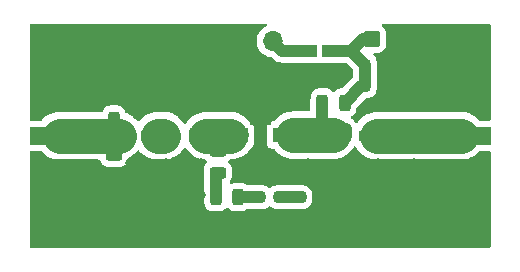
<source format=gbr>
%TF.GenerationSoftware,KiCad,Pcbnew,(5.99.0-7233-g6a28d6af27)*%
%TF.CreationDate,2021-07-20T18:44:52+02:00*%
%TF.ProjectId,lna,6c6e612e-6b69-4636-9164-5f7063625858,rev?*%
%TF.SameCoordinates,Original*%
%TF.FileFunction,Copper,L1,Top*%
%TF.FilePolarity,Positive*%
%FSLAX46Y46*%
G04 Gerber Fmt 4.6, Leading zero omitted, Abs format (unit mm)*
G04 Created by KiCad (PCBNEW (5.99.0-7233-g6a28d6af27)) date 2021-07-20 18:44:52*
%MOMM*%
%LPD*%
G01*
G04 APERTURE LIST*
G04 Aperture macros list*
%AMRoundRect*
0 Rectangle with rounded corners*
0 $1 Rounding radius*
0 $2 $3 $4 $5 $6 $7 $8 $9 X,Y pos of 4 corners*
0 Add a 4 corners polygon primitive as box body*
4,1,4,$2,$3,$4,$5,$6,$7,$8,$9,$2,$3,0*
0 Add four circle primitives for the rounded corners*
1,1,$1+$1,$2,$3,0*
1,1,$1+$1,$4,$5,0*
1,1,$1+$1,$6,$7,0*
1,1,$1+$1,$8,$9,0*
0 Add four rect primitives between the rounded corners*
20,1,$1+$1,$2,$3,$4,$5,0*
20,1,$1+$1,$4,$5,$6,$7,0*
20,1,$1+$1,$6,$7,$8,$9,0*
20,1,$1+$1,$8,$9,$2,$3,0*%
G04 Aperture macros list end*
%TA.AperFunction,SMDPad,CuDef*%
%ADD10RoundRect,0.218750X0.256250X-0.218750X0.256250X0.218750X-0.256250X0.218750X-0.256250X-0.218750X0*%
%TD*%
%TA.AperFunction,SMDPad,CuDef*%
%ADD11RoundRect,0.250000X-0.450000X-0.425000X0.450000X-0.425000X0.450000X0.425000X-0.450000X0.425000X0*%
%TD*%
%TA.AperFunction,SMDPad,CuDef*%
%ADD12R,0.900000X1.300000*%
%TD*%
%TA.AperFunction,SMDPad,CuDef*%
%ADD13RoundRect,0.243750X0.243750X0.456250X-0.243750X0.456250X-0.243750X-0.456250X0.243750X-0.456250X0*%
%TD*%
%TA.AperFunction,SMDPad,CuDef*%
%ADD14R,5.080000X1.500000*%
%TD*%
%TA.AperFunction,SMDPad,CuDef*%
%ADD15RoundRect,0.218750X-0.218750X-0.256250X0.218750X-0.256250X0.218750X0.256250X-0.218750X0.256250X0*%
%TD*%
%TA.AperFunction,SMDPad,CuDef*%
%ADD16RoundRect,0.243750X-0.243750X-0.456250X0.243750X-0.456250X0.243750X0.456250X-0.243750X0.456250X0*%
%TD*%
%TA.AperFunction,SMDPad,CuDef*%
%ADD17R,1.306056X1.058220*%
%TD*%
%TA.AperFunction,ComponentPad*%
%ADD18R,1.700000X1.700000*%
%TD*%
%TA.AperFunction,ComponentPad*%
%ADD19O,1.700000X1.700000*%
%TD*%
%TA.AperFunction,SMDPad,CuDef*%
%ADD20RoundRect,0.218750X0.218750X0.256250X-0.218750X0.256250X-0.218750X-0.256250X0.218750X-0.256250X0*%
%TD*%
%TA.AperFunction,SMDPad,CuDef*%
%ADD21RoundRect,0.243750X-0.456250X0.243750X-0.456250X-0.243750X0.456250X-0.243750X0.456250X0.243750X0*%
%TD*%
%TA.AperFunction,ViaPad*%
%ADD22C,0.800000*%
%TD*%
%TA.AperFunction,Conductor*%
%ADD23C,1.000000*%
%TD*%
%TA.AperFunction,Conductor*%
%ADD24C,3.000000*%
%TD*%
G04 APERTURE END LIST*
D10*
%TO.P,C1,1*%
%TO.N,Net-(C1-Pad1)*%
X132600000Y-93387500D03*
%TO.P,C1,2*%
%TO.N,GND*%
X132600000Y-91812500D03*
%TD*%
D11*
%TO.P,C6,1*%
%TO.N,Net-(C4-Pad2)*%
X154450000Y-86800000D03*
%TO.P,C6,2*%
%TO.N,GND*%
X157150000Y-86800000D03*
%TD*%
D12*
%TO.P,U1,1*%
%TO.N,Net-(L2-Pad1)*%
X143500000Y-94950000D03*
%TA.AperFunction,SMDPad,CuDef*%
%TO.P,U1,2,GND*%
%TO.N,GND*%
G36*
X145866500Y-91000000D02*
G01*
X145866500Y-94125000D01*
X145450000Y-94125000D01*
X145449999Y-95600000D01*
X144550000Y-95600000D01*
X144550001Y-94125000D01*
X144133500Y-94125000D01*
X144133501Y-91000000D01*
X145866500Y-91000000D01*
G37*
%TD.AperFunction*%
%TO.P,U1,3*%
%TO.N,Net-(C7-Pad1)*%
X146500000Y-94950000D03*
%TD*%
D13*
%TO.P,L2,1,1*%
%TO.N,Net-(L2-Pad1)*%
X139437500Y-95000000D03*
%TO.P,L2,2,2*%
%TO.N,Net-(C2-Pad2)*%
X137562500Y-95000000D03*
%TD*%
D14*
%TO.P,J3,1,In*%
%TO.N,Net-(C7-Pad2)*%
X162000000Y-95000000D03*
%TO.P,J3,2,Ext*%
%TO.N,GND*%
X162000000Y-99250000D03*
X162000000Y-90750000D03*
%TD*%
D15*
%TO.P,C2,1*%
%TO.N,Net-(C1-Pad1)*%
X133750000Y-95000000D03*
%TO.P,C2,2*%
%TO.N,Net-(C2-Pad2)*%
X135325000Y-95000000D03*
%TD*%
%TO.P,C7,1*%
%TO.N,Net-(C7-Pad1)*%
X152212500Y-95000000D03*
%TO.P,C7,2*%
%TO.N,Net-(C7-Pad2)*%
X153787500Y-95000000D03*
%TD*%
%TO.P,R1,1*%
%TO.N,Net-(L4-Pad2)*%
X145012500Y-100200000D03*
%TO.P,R1,2*%
%TO.N,Net-(C3-Pad1)*%
X146587500Y-100200000D03*
%TD*%
D16*
%TO.P,L4,1,1*%
%TO.N,Net-(L3-Pad2)*%
X141262500Y-100200000D03*
%TO.P,L4,2,2*%
%TO.N,Net-(L4-Pad2)*%
X143137500Y-100200000D03*
%TD*%
D17*
%TO.P,FB1,1*%
%TO.N,5V*%
X149223918Y-87800000D03*
%TO.P,FB1,2*%
%TO.N,Net-(C4-Pad2)*%
X150776082Y-87800000D03*
%TD*%
D18*
%TO.P,J2,1,GND*%
%TO.N,GND*%
X143500000Y-87000000D03*
D19*
%TO.P,J2,2,5V*%
%TO.N,5V*%
X146040000Y-87000000D03*
%TD*%
D20*
%TO.P,C4,1*%
%TO.N,GND*%
X155462500Y-90800000D03*
%TO.P,C4,2*%
%TO.N,Net-(C4-Pad2)*%
X153887500Y-90800000D03*
%TD*%
D21*
%TO.P,L3,1,1*%
%TO.N,Net-(L2-Pad1)*%
X141400000Y-96262500D03*
%TO.P,L3,2,2*%
%TO.N,Net-(L3-Pad2)*%
X141400000Y-98137500D03*
%TD*%
D16*
%TO.P,L5,1,1*%
%TO.N,Net-(C7-Pad1)*%
X150262500Y-92200000D03*
%TO.P,L5,2,2*%
%TO.N,Net-(C4-Pad2)*%
X152137500Y-92200000D03*
%TD*%
D15*
%TO.P,C3,1*%
%TO.N,Net-(C3-Pad1)*%
X148400000Y-100200000D03*
%TO.P,C3,2*%
%TO.N,GND*%
X149975000Y-100200000D03*
%TD*%
D14*
%TO.P,J1,1,In*%
%TO.N,Net-(C1-Pad1)*%
X128000000Y-95000000D03*
%TO.P,J1,2,Ext*%
%TO.N,GND*%
X128000000Y-90750000D03*
X128000000Y-99250000D03*
%TD*%
D21*
%TO.P,L1,1,1*%
%TO.N,Net-(C1-Pad1)*%
X132600000Y-96662500D03*
%TO.P,L1,2,2*%
%TO.N,GND*%
X132600000Y-98537500D03*
%TD*%
D15*
%TO.P,C5,1*%
%TO.N,Net-(C4-Pad2)*%
X153887500Y-89000000D03*
%TO.P,C5,2*%
%TO.N,GND*%
X155462500Y-89000000D03*
%TD*%
D22*
%TO.N,GND*%
X137000000Y-103000000D03*
X162000000Y-103000000D03*
X149000000Y-97300000D03*
X134000000Y-87000000D03*
X149000000Y-103000000D03*
X158000000Y-103000000D03*
X140000000Y-97300000D03*
X148000000Y-90000000D03*
X137000000Y-87000000D03*
X134000000Y-97300000D03*
X157275000Y-89000000D03*
X137000000Y-90000000D03*
X131000000Y-87000000D03*
X151000000Y-90000000D03*
X134000000Y-92000000D03*
X156000000Y-92000000D03*
X145000000Y-94862500D03*
X128000000Y-90000000D03*
X137000000Y-92000000D03*
X131000000Y-90000000D03*
X146000000Y-97300000D03*
X143000000Y-103000000D03*
X131000000Y-100000000D03*
X131000000Y-103000000D03*
X134000000Y-103000000D03*
X137000000Y-97300000D03*
X158000000Y-97300000D03*
X151200000Y-100200000D03*
X155000000Y-103000000D03*
X148000000Y-92000000D03*
X134000000Y-100000000D03*
X159000000Y-90000000D03*
X157275000Y-90800000D03*
X140000000Y-92000000D03*
X140000000Y-100000000D03*
X159000000Y-92000000D03*
X159000000Y-87000000D03*
X128000000Y-103000000D03*
X146000000Y-103000000D03*
X162000000Y-100000000D03*
X152000000Y-103000000D03*
X162000000Y-87000000D03*
X158000000Y-100000000D03*
X155000000Y-97300000D03*
X140000000Y-103000000D03*
X162000000Y-90000000D03*
X155000000Y-100000000D03*
X128000000Y-87000000D03*
X143000000Y-97300000D03*
X137000000Y-100000000D03*
X140000000Y-90000000D03*
X134000000Y-90000000D03*
X128000000Y-100000000D03*
X152000000Y-97300000D03*
X140000000Y-87000000D03*
%TD*%
D23*
%TO.N,GND*%
X145000000Y-91500000D02*
X145000000Y-94862500D01*
X162000000Y-90750000D02*
X162000000Y-90500000D01*
X156025000Y-90800000D02*
X157275000Y-90800000D01*
X128000000Y-99500000D02*
X128000000Y-99250000D01*
X162000000Y-99250000D02*
X162000000Y-99500000D01*
X149975000Y-100200000D02*
X151200000Y-100200000D01*
X156025000Y-89000000D02*
X157275000Y-89000000D01*
X128000000Y-90750000D02*
X128000000Y-90500000D01*
X143500000Y-90000000D02*
X145000000Y-91500000D01*
X143500000Y-87000000D02*
X143500000Y-90000000D01*
D24*
%TO.N,Net-(C1-Pad1)*%
X133000000Y-95000000D02*
X128000000Y-95000000D01*
D23*
X132650000Y-95350000D02*
X133000000Y-95000000D01*
X133750000Y-95000000D02*
X133000000Y-95000000D01*
D24*
%TO.N,Net-(C2-Pad2)*%
X136325000Y-95000000D02*
X136800000Y-95000000D01*
D23*
%TO.N,Net-(C3-Pad1)*%
X146587500Y-100200000D02*
X148400000Y-100200000D01*
%TO.N,5V*%
X146840000Y-87800000D02*
X146040000Y-87000000D01*
X149223918Y-87800000D02*
X146840000Y-87800000D01*
%TO.N,Net-(C4-Pad2)*%
X153887500Y-90800000D02*
X153887500Y-89000000D01*
X153687500Y-86800000D02*
X152687500Y-87800000D01*
X152687500Y-87800000D02*
X153887500Y-89000000D01*
X153537500Y-90800000D02*
X152137500Y-92200000D01*
X150776082Y-87800000D02*
X152687500Y-87800000D01*
X153887500Y-90800000D02*
X153537500Y-90800000D01*
X154450000Y-86800000D02*
X153687500Y-86800000D01*
D24*
%TO.N,Net-(C7-Pad2)*%
X154887500Y-95000000D02*
X160000000Y-95000000D01*
X160000000Y-95000000D02*
X162000000Y-95000000D01*
D23*
%TO.N,Net-(C7-Pad1)*%
X152162500Y-94950000D02*
X152212500Y-95000000D01*
X147800000Y-94950000D02*
X147089964Y-94950000D01*
X151162500Y-94950000D02*
X151325000Y-94787500D01*
D24*
X147800000Y-94950000D02*
X151162500Y-94950000D01*
D23*
X150662500Y-94450000D02*
X151162500Y-94950000D01*
X150200000Y-92200000D02*
X150200000Y-94450000D01*
X152212500Y-94425000D02*
X152212500Y-95000000D01*
%TO.N,Net-(L3-Pad2)*%
X141262500Y-98275000D02*
X141400000Y-98137500D01*
X141262500Y-100200000D02*
X141262500Y-98275000D01*
%TO.N,Net-(L4-Pad2)*%
X143137500Y-100200000D02*
X145012500Y-100200000D01*
%TO.N,Net-(L2-Pad1)*%
X143450000Y-95000000D02*
X143500000Y-94950000D01*
D24*
X140437500Y-95000000D02*
X142450000Y-95000000D01*
%TD*%
%TA.AperFunction,Conductor*%
%TO.N,GND*%
G36*
X145525658Y-85527832D02*
G01*
X145572151Y-85581488D01*
X145582255Y-85651762D01*
X145552761Y-85716342D01*
X145503818Y-85751022D01*
X145433740Y-85778697D01*
X145236631Y-85898306D01*
X145232601Y-85901803D01*
X145073325Y-86040015D01*
X145062492Y-86049415D01*
X145059109Y-86053541D01*
X145059105Y-86053545D01*
X144999750Y-86125935D01*
X144916304Y-86227705D01*
X144913665Y-86232341D01*
X144913663Y-86232344D01*
X144854156Y-86336882D01*
X144802245Y-86428077D01*
X144723578Y-86644802D01*
X144722629Y-86650051D01*
X144722628Y-86650054D01*
X144683501Y-86866429D01*
X144682551Y-86871683D01*
X144680338Y-87102233D01*
X144717002Y-87329861D01*
X144791494Y-87548056D01*
X144901685Y-87750580D01*
X145044424Y-87931644D01*
X145048389Y-87935220D01*
X145211659Y-88082489D01*
X145211665Y-88082494D01*
X145215629Y-88086069D01*
X145410406Y-88209439D01*
X145623184Y-88298228D01*
X145628387Y-88299425D01*
X145628392Y-88299426D01*
X145842678Y-88348701D01*
X145842683Y-88348702D01*
X145847881Y-88349897D01*
X145853208Y-88350199D01*
X145853212Y-88350200D01*
X145922659Y-88354143D01*
X145989536Y-88377974D01*
X146004610Y-88390843D01*
X146072709Y-88458943D01*
X146082371Y-88468605D01*
X146091471Y-88478748D01*
X146115882Y-88509109D01*
X146120606Y-88513073D01*
X146120607Y-88513074D01*
X146155547Y-88542392D01*
X146159206Y-88545584D01*
X146160754Y-88546988D01*
X146162941Y-88549175D01*
X146165321Y-88551130D01*
X146195167Y-88575647D01*
X146196180Y-88576488D01*
X146240630Y-88613785D01*
X146267406Y-88636253D01*
X146272076Y-88638820D01*
X146276194Y-88642203D01*
X146281631Y-88645118D01*
X146281632Y-88645119D01*
X146358066Y-88686102D01*
X146359125Y-88686676D01*
X146440740Y-88731544D01*
X146445824Y-88733157D01*
X146450517Y-88735673D01*
X146528063Y-88759382D01*
X146539358Y-88762835D01*
X146540616Y-88763227D01*
X146623408Y-88789490D01*
X146623411Y-88789491D01*
X146629282Y-88791353D01*
X146634582Y-88791947D01*
X146639673Y-88793504D01*
X146645808Y-88794127D01*
X146645812Y-88794128D01*
X146701151Y-88799749D01*
X146732153Y-88802898D01*
X146733359Y-88803026D01*
X146782155Y-88808500D01*
X146785679Y-88808500D01*
X146786430Y-88808542D01*
X146792130Y-88808991D01*
X146830333Y-88812872D01*
X146830339Y-88812872D01*
X146836462Y-88813494D01*
X146883378Y-88809059D01*
X146895237Y-88808500D01*
X148369665Y-88808500D01*
X148408932Y-88817042D01*
X148409376Y-88815528D01*
X148418026Y-88818068D01*
X148426220Y-88821810D01*
X148435135Y-88823092D01*
X148435136Y-88823092D01*
X148566442Y-88841971D01*
X148566449Y-88841972D01*
X148570890Y-88842610D01*
X149876946Y-88842610D01*
X149950025Y-88837383D01*
X149968652Y-88831914D01*
X150022077Y-88828092D01*
X150107668Y-88840398D01*
X150118609Y-88841971D01*
X150118610Y-88841971D01*
X150123054Y-88842610D01*
X151429110Y-88842610D01*
X151502189Y-88837383D01*
X151583174Y-88813604D01*
X151618671Y-88808500D01*
X152217576Y-88808500D01*
X152285697Y-88828502D01*
X152306671Y-88845405D01*
X152842096Y-89380830D01*
X152876122Y-89443142D01*
X152879001Y-89469925D01*
X152879000Y-89975636D01*
X152858998Y-90043757D01*
X152832636Y-90073279D01*
X152828128Y-90076955D01*
X152828125Y-90076958D01*
X152823353Y-90080850D01*
X152793305Y-90117172D01*
X152785324Y-90125942D01*
X151956672Y-90954595D01*
X151894359Y-90988620D01*
X151867576Y-90991500D01*
X151850863Y-90991500D01*
X151758123Y-91002312D01*
X151726817Y-91005962D01*
X151726816Y-91005962D01*
X151719545Y-91006810D01*
X151712668Y-91009306D01*
X151712665Y-91009307D01*
X151692593Y-91016593D01*
X151554684Y-91066652D01*
X151408012Y-91162814D01*
X151402980Y-91168126D01*
X151402975Y-91168130D01*
X151291047Y-91286283D01*
X151229678Y-91321981D01*
X151158751Y-91318833D01*
X151100786Y-91277839D01*
X151094208Y-91268722D01*
X151087186Y-91258012D01*
X150959861Y-91137396D01*
X150953534Y-91133721D01*
X150953530Y-91133718D01*
X150814534Y-91052983D01*
X150814532Y-91052982D01*
X150808203Y-91049306D01*
X150640347Y-90998468D01*
X150633911Y-90997894D01*
X150633908Y-90997893D01*
X150565066Y-90991749D01*
X150565060Y-90991749D01*
X150562273Y-90991500D01*
X149975863Y-90991500D01*
X149883123Y-91002312D01*
X149851817Y-91005962D01*
X149851816Y-91005962D01*
X149844545Y-91006810D01*
X149837668Y-91009306D01*
X149837665Y-91009307D01*
X149817593Y-91016593D01*
X149679684Y-91066652D01*
X149533012Y-91162814D01*
X149412396Y-91290139D01*
X149408721Y-91296466D01*
X149408718Y-91296470D01*
X149374973Y-91354567D01*
X149324306Y-91441797D01*
X149273468Y-91609653D01*
X149266500Y-91687727D01*
X149266500Y-91787401D01*
X149260602Y-91825500D01*
X149208647Y-91989283D01*
X149191500Y-92142156D01*
X149191500Y-92815500D01*
X149171498Y-92883621D01*
X149117842Y-92930114D01*
X149065500Y-92941500D01*
X147728496Y-92941500D01*
X147726310Y-92941653D01*
X147726306Y-92941653D01*
X147524160Y-92955788D01*
X147524155Y-92955789D01*
X147519775Y-92956095D01*
X147245004Y-93014500D01*
X147240875Y-93016003D01*
X147240871Y-93016004D01*
X146985181Y-93109067D01*
X146985177Y-93109069D01*
X146981036Y-93110576D01*
X146977146Y-93112644D01*
X146977140Y-93112647D01*
X146736900Y-93240385D01*
X146736894Y-93240389D01*
X146733008Y-93242455D01*
X146729448Y-93245042D01*
X146729444Y-93245044D01*
X146552128Y-93373872D01*
X146505747Y-93407570D01*
X146502583Y-93410626D01*
X146502580Y-93410628D01*
X146306840Y-93599652D01*
X146306837Y-93599656D01*
X146303678Y-93602706D01*
X146197917Y-93738074D01*
X146140216Y-93779439D01*
X146098628Y-93786500D01*
X146050000Y-93786500D01*
X145976921Y-93791727D01*
X145923884Y-93807300D01*
X145845330Y-93830365D01*
X145845328Y-93830366D01*
X145836684Y-93832904D01*
X145813417Y-93847857D01*
X145721309Y-93907051D01*
X145721306Y-93907053D01*
X145713729Y-93911923D01*
X145707828Y-93918733D01*
X145623918Y-94015569D01*
X145623916Y-94015572D01*
X145618016Y-94022381D01*
X145557300Y-94155330D01*
X145556018Y-94164245D01*
X145556018Y-94164246D01*
X145537139Y-94295552D01*
X145537138Y-94295559D01*
X145536500Y-94300000D01*
X145536500Y-95600000D01*
X145541727Y-95673079D01*
X145582904Y-95813316D01*
X145587775Y-95820895D01*
X145657051Y-95928691D01*
X145657053Y-95928694D01*
X145661923Y-95936271D01*
X145668733Y-95942172D01*
X145765569Y-96026082D01*
X145765572Y-96026084D01*
X145772381Y-96031984D01*
X145780579Y-96035728D01*
X145860282Y-96072127D01*
X145905330Y-96092700D01*
X145914245Y-96093982D01*
X145914246Y-96093982D01*
X146045552Y-96112861D01*
X146045559Y-96112862D01*
X146050000Y-96113500D01*
X146094992Y-96113500D01*
X146163113Y-96133502D01*
X146199450Y-96169041D01*
X146213340Y-96189634D01*
X146346171Y-96337158D01*
X146393300Y-96389500D01*
X146401305Y-96398391D01*
X146456991Y-96445117D01*
X146613123Y-96576128D01*
X146613128Y-96576132D01*
X146616494Y-96578956D01*
X146854719Y-96727815D01*
X146993095Y-96789424D01*
X147105397Y-96839424D01*
X147111342Y-96842071D01*
X147381370Y-96919500D01*
X147385720Y-96920111D01*
X147385723Y-96920112D01*
X147484514Y-96933996D01*
X147658869Y-96958500D01*
X151234004Y-96958500D01*
X151236190Y-96958347D01*
X151236194Y-96958347D01*
X151438340Y-96944212D01*
X151438345Y-96944211D01*
X151442725Y-96943905D01*
X151717496Y-96885500D01*
X151721625Y-96883997D01*
X151721629Y-96883996D01*
X151977319Y-96790933D01*
X151977323Y-96790931D01*
X151981464Y-96789424D01*
X151985354Y-96787356D01*
X151985360Y-96787353D01*
X152225600Y-96659615D01*
X152225606Y-96659611D01*
X152229492Y-96657545D01*
X152233052Y-96654958D01*
X152233056Y-96654956D01*
X152453190Y-96495019D01*
X152453193Y-96495017D01*
X152456753Y-96492430D01*
X152459920Y-96489372D01*
X152655660Y-96300348D01*
X152655663Y-96300344D01*
X152658822Y-96297294D01*
X152676330Y-96274886D01*
X152829059Y-96079401D01*
X152831767Y-96075935D01*
X152900694Y-95956550D01*
X152952076Y-95907557D01*
X153021790Y-95894121D01*
X153087701Y-95920507D01*
X153123061Y-95964315D01*
X153143758Y-96006750D01*
X153146213Y-96010389D01*
X153146216Y-96010395D01*
X153221577Y-96122122D01*
X153300840Y-96239634D01*
X153488805Y-96448391D01*
X153541289Y-96492430D01*
X153700623Y-96626128D01*
X153700628Y-96626132D01*
X153703994Y-96628956D01*
X153942219Y-96777815D01*
X154198842Y-96892071D01*
X154203070Y-96893283D01*
X154203069Y-96893283D01*
X154433895Y-96959471D01*
X154468870Y-96969500D01*
X154473220Y-96970111D01*
X154473223Y-96970112D01*
X154575616Y-96984502D01*
X154746369Y-97008500D01*
X162071504Y-97008500D01*
X162073690Y-97008347D01*
X162073694Y-97008347D01*
X162275840Y-96994212D01*
X162275845Y-96994211D01*
X162280225Y-96993905D01*
X162554996Y-96935500D01*
X162559125Y-96933997D01*
X162559129Y-96933996D01*
X162814819Y-96840933D01*
X162814823Y-96840931D01*
X162818964Y-96839424D01*
X162822854Y-96837356D01*
X162822860Y-96837353D01*
X163063100Y-96709615D01*
X163063106Y-96709611D01*
X163066992Y-96707545D01*
X163070552Y-96704958D01*
X163070556Y-96704956D01*
X163290690Y-96545019D01*
X163290693Y-96545017D01*
X163294253Y-96542430D01*
X163297420Y-96539372D01*
X163493160Y-96350348D01*
X163493163Y-96350344D01*
X163496322Y-96347294D01*
X163523955Y-96311925D01*
X163581655Y-96270561D01*
X163623243Y-96263500D01*
X164365670Y-96263500D01*
X164433791Y-96283502D01*
X164480284Y-96337158D01*
X164491670Y-96389500D01*
X164491670Y-104365790D01*
X164471668Y-104433911D01*
X164418012Y-104480404D01*
X164365670Y-104491790D01*
X125633750Y-104491790D01*
X125565629Y-104471788D01*
X125519136Y-104418132D01*
X125507750Y-104365790D01*
X125507750Y-96389500D01*
X125527752Y-96321379D01*
X125581408Y-96274886D01*
X125633750Y-96263500D01*
X126378731Y-96263500D01*
X126446852Y-96283502D01*
X126472366Y-96305189D01*
X126601305Y-96448391D01*
X126653789Y-96492430D01*
X126813123Y-96626128D01*
X126813128Y-96626132D01*
X126816494Y-96628956D01*
X127054719Y-96777815D01*
X127311342Y-96892071D01*
X127315570Y-96893283D01*
X127315569Y-96893283D01*
X127546395Y-96959471D01*
X127581370Y-96969500D01*
X127585720Y-96970111D01*
X127585723Y-96970112D01*
X127688116Y-96984502D01*
X127858869Y-97008500D01*
X131292384Y-97008500D01*
X131360505Y-97028502D01*
X131406998Y-97082158D01*
X131410821Y-97091505D01*
X131466652Y-97245315D01*
X131562814Y-97391987D01*
X131690139Y-97512603D01*
X131696466Y-97516278D01*
X131696470Y-97516281D01*
X131835466Y-97597016D01*
X131835468Y-97597017D01*
X131841797Y-97600693D01*
X132009653Y-97651531D01*
X132016089Y-97652105D01*
X132016092Y-97652106D01*
X132084934Y-97658250D01*
X132084940Y-97658250D01*
X132087727Y-97658499D01*
X132526082Y-97658499D01*
X133095473Y-97658500D01*
X133099136Y-97658500D01*
X133191876Y-97647688D01*
X133223182Y-97644038D01*
X133223183Y-97644038D01*
X133230454Y-97643190D01*
X133237331Y-97640694D01*
X133237334Y-97640693D01*
X133388436Y-97585845D01*
X133395315Y-97583348D01*
X133497899Y-97516091D01*
X133535868Y-97491198D01*
X133535869Y-97491197D01*
X133541987Y-97487186D01*
X133662603Y-97359861D01*
X133750694Y-97208203D01*
X133801532Y-97040347D01*
X133804375Y-97008500D01*
X133808251Y-96965066D01*
X133808251Y-96965060D01*
X133808500Y-96962273D01*
X133808500Y-96920696D01*
X133828502Y-96852575D01*
X133875346Y-96809445D01*
X133931476Y-96779600D01*
X134066992Y-96707545D01*
X134070552Y-96704958D01*
X134070556Y-96704956D01*
X134290690Y-96545019D01*
X134290693Y-96545017D01*
X134294253Y-96542430D01*
X134297420Y-96539372D01*
X134493157Y-96350351D01*
X134493161Y-96350346D01*
X134496322Y-96347294D01*
X134561348Y-96264065D01*
X134619049Y-96222700D01*
X134689954Y-96219097D01*
X134754272Y-96257328D01*
X134926305Y-96448391D01*
X134978789Y-96492430D01*
X135138123Y-96626128D01*
X135138128Y-96626132D01*
X135141494Y-96628956D01*
X135379719Y-96777815D01*
X135636342Y-96892071D01*
X135640570Y-96893283D01*
X135640569Y-96893283D01*
X135871395Y-96959471D01*
X135906370Y-96969500D01*
X135910720Y-96970111D01*
X135910723Y-96970112D01*
X136013116Y-96984502D01*
X136183869Y-97008500D01*
X136871504Y-97008500D01*
X136873690Y-97008347D01*
X136873694Y-97008347D01*
X137075840Y-96994212D01*
X137075845Y-96994211D01*
X137080225Y-96993905D01*
X137354996Y-96935500D01*
X137359125Y-96933997D01*
X137359129Y-96933996D01*
X137614819Y-96840933D01*
X137614823Y-96840931D01*
X137618964Y-96839424D01*
X137622854Y-96837356D01*
X137622860Y-96837353D01*
X137863100Y-96709615D01*
X137863106Y-96709611D01*
X137866992Y-96707545D01*
X137870552Y-96704958D01*
X137870556Y-96704956D01*
X138090690Y-96545019D01*
X138090693Y-96545017D01*
X138094253Y-96542430D01*
X138097420Y-96539372D01*
X138293160Y-96350348D01*
X138293163Y-96350344D01*
X138296322Y-96347294D01*
X138304242Y-96337158D01*
X138463355Y-96133502D01*
X138469267Y-96125935D01*
X138508830Y-96057410D01*
X138560211Y-96008418D01*
X138629925Y-95994981D01*
X138695836Y-96021368D01*
X138704595Y-96028932D01*
X138705958Y-96030223D01*
X138723770Y-96051244D01*
X138850840Y-96239634D01*
X139038805Y-96448391D01*
X139091289Y-96492430D01*
X139250623Y-96626128D01*
X139250628Y-96626132D01*
X139253994Y-96628956D01*
X139492219Y-96777815D01*
X139748842Y-96892071D01*
X139753070Y-96893283D01*
X139753069Y-96893283D01*
X139983895Y-96959471D01*
X140018870Y-96969500D01*
X140023220Y-96970111D01*
X140023223Y-96970112D01*
X140125616Y-96984502D01*
X140296369Y-97008500D01*
X140330040Y-97008500D01*
X140398161Y-97028502D01*
X140416694Y-97043028D01*
X140486285Y-97108953D01*
X140521982Y-97170322D01*
X140518834Y-97241249D01*
X140477840Y-97299214D01*
X140468723Y-97305792D01*
X140458013Y-97312814D01*
X140337397Y-97440139D01*
X140249306Y-97591797D01*
X140198468Y-97759653D01*
X140191500Y-97837727D01*
X140191500Y-98424136D01*
X140206810Y-98555454D01*
X140209306Y-98562329D01*
X140209306Y-98562331D01*
X140246440Y-98664632D01*
X140254001Y-98707624D01*
X140254000Y-100250993D01*
X140254301Y-100254058D01*
X140265899Y-100372349D01*
X140266500Y-100384644D01*
X140266500Y-100699137D01*
X140281810Y-100830455D01*
X140284306Y-100837332D01*
X140284307Y-100837335D01*
X140333305Y-100972321D01*
X140341652Y-100995316D01*
X140375054Y-101046263D01*
X140429882Y-101129889D01*
X140437814Y-101141988D01*
X140565139Y-101262604D01*
X140571466Y-101266279D01*
X140571470Y-101266282D01*
X140710466Y-101347017D01*
X140710468Y-101347018D01*
X140716797Y-101350694D01*
X140884653Y-101401532D01*
X140891089Y-101402106D01*
X140891092Y-101402107D01*
X140959934Y-101408251D01*
X140959940Y-101408251D01*
X140962727Y-101408500D01*
X141549137Y-101408500D01*
X141641877Y-101397688D01*
X141673183Y-101394038D01*
X141673184Y-101394038D01*
X141680455Y-101393190D01*
X141687332Y-101390694D01*
X141687335Y-101390693D01*
X141838437Y-101335845D01*
X141845316Y-101333348D01*
X141991988Y-101237186D01*
X141997020Y-101231874D01*
X141997025Y-101231870D01*
X142108953Y-101113717D01*
X142170322Y-101078019D01*
X142241249Y-101081167D01*
X142299214Y-101122161D01*
X142305792Y-101131278D01*
X142312814Y-101141988D01*
X142440139Y-101262604D01*
X142446466Y-101266279D01*
X142446470Y-101266282D01*
X142585466Y-101347017D01*
X142585468Y-101347018D01*
X142591797Y-101350694D01*
X142759653Y-101401532D01*
X142766089Y-101402106D01*
X142766092Y-101402107D01*
X142834934Y-101408251D01*
X142834940Y-101408251D01*
X142837727Y-101408500D01*
X143424137Y-101408500D01*
X143516877Y-101397688D01*
X143548183Y-101394038D01*
X143548184Y-101394038D01*
X143555455Y-101393190D01*
X143562332Y-101390694D01*
X143562335Y-101390693D01*
X143713437Y-101335845D01*
X143720316Y-101333348D01*
X143866988Y-101237186D01*
X143867413Y-101236737D01*
X143929976Y-101209486D01*
X143945710Y-101208500D01*
X145063494Y-101208500D01*
X145209357Y-101194198D01*
X145226979Y-101188878D01*
X145263395Y-101183500D01*
X145274135Y-101183500D01*
X145364213Y-101172998D01*
X145392432Y-101169708D01*
X145392433Y-101169708D01*
X145399704Y-101168860D01*
X145406581Y-101166364D01*
X145406584Y-101166363D01*
X145552243Y-101113491D01*
X145559122Y-101110994D01*
X145700951Y-101018007D01*
X145710413Y-101008018D01*
X145771783Y-100972321D01*
X145842710Y-100975469D01*
X145888537Y-101003199D01*
X145930115Y-101042586D01*
X146076766Y-101127767D01*
X146239080Y-101176927D01*
X146245520Y-101177502D01*
X146245521Y-101177502D01*
X146309934Y-101183251D01*
X146309940Y-101183251D01*
X146312727Y-101183500D01*
X146332521Y-101183500D01*
X146364821Y-101188500D01*
X146364883Y-101188209D01*
X146370094Y-101189317D01*
X146370619Y-101189398D01*
X146376782Y-101191353D01*
X146382899Y-101192039D01*
X146382903Y-101192040D01*
X146455822Y-101200219D01*
X146529655Y-101208500D01*
X148450994Y-101208500D01*
X148596857Y-101194198D01*
X148614479Y-101188878D01*
X148650895Y-101183500D01*
X148661635Y-101183500D01*
X148751713Y-101172998D01*
X148779932Y-101169708D01*
X148779933Y-101169708D01*
X148787204Y-101168860D01*
X148794081Y-101166364D01*
X148794084Y-101166363D01*
X148939743Y-101113491D01*
X148946622Y-101110994D01*
X149088451Y-101018007D01*
X149205086Y-100894885D01*
X149290267Y-100748234D01*
X149339427Y-100585920D01*
X149340002Y-100579477D01*
X149341233Y-100573132D01*
X149341881Y-100573258D01*
X149344594Y-100559521D01*
X149390978Y-100409677D01*
X149392800Y-100403792D01*
X149394813Y-100384644D01*
X149412831Y-100213205D01*
X149412831Y-100213203D01*
X149413475Y-100207076D01*
X149395548Y-100010089D01*
X149339701Y-99820336D01*
X149340100Y-99820218D01*
X149333654Y-99794974D01*
X149332208Y-99782567D01*
X149332207Y-99782564D01*
X149331360Y-99775296D01*
X149273494Y-99615878D01*
X149180507Y-99474049D01*
X149057385Y-99357414D01*
X148910734Y-99272233D01*
X148748420Y-99223073D01*
X148741980Y-99222498D01*
X148741979Y-99222498D01*
X148677566Y-99216749D01*
X148677560Y-99216749D01*
X148674773Y-99216500D01*
X148654979Y-99216500D01*
X148622679Y-99211500D01*
X148622617Y-99211791D01*
X148617406Y-99210683D01*
X148616881Y-99210602D01*
X148616591Y-99210510D01*
X148610718Y-99208647D01*
X148604601Y-99207961D01*
X148604597Y-99207960D01*
X148531678Y-99199781D01*
X148457845Y-99191500D01*
X146536506Y-99191500D01*
X146390643Y-99205802D01*
X146373021Y-99211122D01*
X146336605Y-99216500D01*
X146325865Y-99216500D01*
X146253406Y-99224948D01*
X146207568Y-99230292D01*
X146207567Y-99230292D01*
X146200296Y-99231140D01*
X146193419Y-99233636D01*
X146193416Y-99233637D01*
X146076957Y-99275910D01*
X146040878Y-99289006D01*
X145899049Y-99381993D01*
X145894011Y-99387311D01*
X145894010Y-99387312D01*
X145889586Y-99391982D01*
X145828217Y-99427679D01*
X145757290Y-99424531D01*
X145711463Y-99396801D01*
X145669885Y-99357414D01*
X145523234Y-99272233D01*
X145360920Y-99223073D01*
X145354480Y-99222498D01*
X145354479Y-99222498D01*
X145290066Y-99216749D01*
X145290060Y-99216749D01*
X145287273Y-99216500D01*
X145267479Y-99216500D01*
X145235179Y-99211500D01*
X145235117Y-99211791D01*
X145229906Y-99210683D01*
X145229381Y-99210602D01*
X145229091Y-99210510D01*
X145223218Y-99208647D01*
X145217101Y-99207961D01*
X145217097Y-99207960D01*
X145144178Y-99199781D01*
X145070345Y-99191500D01*
X143942179Y-99191500D01*
X143874058Y-99171498D01*
X143855531Y-99156977D01*
X143834861Y-99137396D01*
X143828531Y-99133719D01*
X143689534Y-99052983D01*
X143689532Y-99052982D01*
X143683203Y-99049306D01*
X143515347Y-98998468D01*
X143508911Y-98997894D01*
X143508908Y-98997893D01*
X143440066Y-98991749D01*
X143440060Y-98991749D01*
X143437273Y-98991500D01*
X142850863Y-98991500D01*
X142758123Y-99002312D01*
X142726817Y-99005962D01*
X142726816Y-99005962D01*
X142719545Y-99006810D01*
X142712668Y-99009306D01*
X142712665Y-99009307D01*
X142580731Y-99057197D01*
X142509874Y-99061638D01*
X142447863Y-99027065D01*
X142414388Y-98964456D01*
X142420077Y-98893688D01*
X142446268Y-98852105D01*
X142462603Y-98834861D01*
X142550694Y-98683203D01*
X142601532Y-98515347D01*
X142608500Y-98437273D01*
X142608500Y-97850864D01*
X142593190Y-97719546D01*
X142570941Y-97658250D01*
X142535845Y-97561564D01*
X142533348Y-97554685D01*
X142437186Y-97408013D01*
X142431874Y-97402981D01*
X142431870Y-97402976D01*
X142313716Y-97291047D01*
X142278018Y-97229678D01*
X142281166Y-97158751D01*
X142322160Y-97100786D01*
X142331277Y-97094208D01*
X142341987Y-97087186D01*
X142379253Y-97047847D01*
X142440622Y-97012149D01*
X142470726Y-97008500D01*
X142521504Y-97008500D01*
X142523690Y-97008347D01*
X142523694Y-97008347D01*
X142725840Y-96994212D01*
X142725845Y-96994211D01*
X142730225Y-96993905D01*
X143004996Y-96935500D01*
X143009125Y-96933997D01*
X143009129Y-96933996D01*
X143264819Y-96840933D01*
X143264823Y-96840931D01*
X143268964Y-96839424D01*
X143272854Y-96837356D01*
X143272860Y-96837353D01*
X143513100Y-96709615D01*
X143513106Y-96709611D01*
X143516992Y-96707545D01*
X143520552Y-96704958D01*
X143520556Y-96704956D01*
X143740690Y-96545019D01*
X143740693Y-96545017D01*
X143744253Y-96542430D01*
X143747420Y-96539372D01*
X143943160Y-96350348D01*
X143943163Y-96350344D01*
X143946322Y-96347294D01*
X143954242Y-96337158D01*
X144116557Y-96129404D01*
X144116559Y-96129401D01*
X144119267Y-96125935D01*
X144121465Y-96122128D01*
X144121469Y-96122122D01*
X144132009Y-96103866D01*
X144173007Y-96060868D01*
X144278691Y-95992949D01*
X144278694Y-95992947D01*
X144286271Y-95988077D01*
X144306861Y-95964315D01*
X144376082Y-95884431D01*
X144376084Y-95884428D01*
X144381984Y-95877619D01*
X144442700Y-95744670D01*
X144443982Y-95735754D01*
X144462861Y-95604448D01*
X144462862Y-95604441D01*
X144463500Y-95600000D01*
X144463500Y-95267295D01*
X144469006Y-95230455D01*
X144493505Y-95150325D01*
X144513494Y-94953538D01*
X144494879Y-94756615D01*
X144468750Y-94668969D01*
X144463500Y-94632978D01*
X144463500Y-94300000D01*
X144458273Y-94226921D01*
X144417096Y-94086684D01*
X144371393Y-94015569D01*
X144342949Y-93971309D01*
X144342947Y-93971306D01*
X144338077Y-93963729D01*
X144318203Y-93946508D01*
X144234431Y-93873918D01*
X144234428Y-93873916D01*
X144227619Y-93868016D01*
X144219128Y-93864138D01*
X144094670Y-93807300D01*
X144095657Y-93805138D01*
X144046785Y-93773739D01*
X144041934Y-93767404D01*
X144041832Y-93767484D01*
X144039119Y-93764012D01*
X144036660Y-93760366D01*
X143848695Y-93551609D01*
X143708825Y-93434244D01*
X143636877Y-93373872D01*
X143636872Y-93373868D01*
X143633506Y-93371044D01*
X143395281Y-93222185D01*
X143149255Y-93112647D01*
X143142672Y-93109716D01*
X143142670Y-93109715D01*
X143138658Y-93107929D01*
X142868630Y-93030500D01*
X142864280Y-93029889D01*
X142864277Y-93029888D01*
X142748288Y-93013587D01*
X142591131Y-92991500D01*
X140365996Y-92991500D01*
X140363810Y-92991653D01*
X140363806Y-92991653D01*
X140161660Y-93005788D01*
X140161655Y-93005789D01*
X140157275Y-93006095D01*
X139882504Y-93064500D01*
X139878375Y-93066003D01*
X139878371Y-93066004D01*
X139622681Y-93159067D01*
X139622677Y-93159069D01*
X139618536Y-93160576D01*
X139614646Y-93162644D01*
X139614640Y-93162647D01*
X139374400Y-93290385D01*
X139374394Y-93290389D01*
X139370508Y-93292455D01*
X139366948Y-93295042D01*
X139366944Y-93295044D01*
X139258447Y-93373872D01*
X139143247Y-93457570D01*
X139140083Y-93460626D01*
X139140080Y-93460628D01*
X138944340Y-93649652D01*
X138944337Y-93649656D01*
X138941178Y-93652706D01*
X138938473Y-93656168D01*
X138938468Y-93656174D01*
X138831075Y-93793631D01*
X138768233Y-93874065D01*
X138735306Y-93931096D01*
X138709418Y-93961893D01*
X138708013Y-93962814D01*
X138702977Y-93968130D01*
X138697492Y-93972716D01*
X138632401Y-94001065D01*
X138562316Y-93989722D01*
X138512214Y-93946508D01*
X138386660Y-93760366D01*
X138198695Y-93551609D01*
X138058825Y-93434244D01*
X137986877Y-93373872D01*
X137986872Y-93373868D01*
X137983506Y-93371044D01*
X137745281Y-93222185D01*
X137499255Y-93112647D01*
X137492672Y-93109716D01*
X137492670Y-93109715D01*
X137488658Y-93107929D01*
X137218630Y-93030500D01*
X137214280Y-93029889D01*
X137214277Y-93029888D01*
X137098288Y-93013587D01*
X136941131Y-92991500D01*
X136253496Y-92991500D01*
X136251310Y-92991653D01*
X136251306Y-92991653D01*
X136049160Y-93005788D01*
X136049155Y-93005789D01*
X136044775Y-93006095D01*
X135770004Y-93064500D01*
X135765875Y-93066003D01*
X135765871Y-93066004D01*
X135510181Y-93159067D01*
X135510177Y-93159069D01*
X135506036Y-93160576D01*
X135502146Y-93162644D01*
X135502140Y-93162647D01*
X135261900Y-93290385D01*
X135261894Y-93290389D01*
X135258008Y-93292455D01*
X135254448Y-93295042D01*
X135254444Y-93295044D01*
X135145947Y-93373872D01*
X135030747Y-93457570D01*
X135027583Y-93460626D01*
X135027580Y-93460628D01*
X134831843Y-93649649D01*
X134831839Y-93649654D01*
X134828678Y-93652706D01*
X134795783Y-93694810D01*
X134763652Y-93735935D01*
X134705951Y-93777300D01*
X134635046Y-93780903D01*
X134570727Y-93742671D01*
X134538541Y-93706924D01*
X134398695Y-93551609D01*
X134258825Y-93434244D01*
X134186877Y-93373872D01*
X134186872Y-93373868D01*
X134183506Y-93371044D01*
X133945281Y-93222185D01*
X133699255Y-93112647D01*
X133692672Y-93109716D01*
X133692670Y-93109715D01*
X133688658Y-93107929D01*
X133657423Y-93098973D01*
X133597456Y-93060968D01*
X133569648Y-93007057D01*
X133568860Y-93000297D01*
X133565723Y-92991653D01*
X133513491Y-92847757D01*
X133510994Y-92840878D01*
X133418007Y-92699049D01*
X133294885Y-92582414D01*
X133148234Y-92497233D01*
X132985920Y-92448073D01*
X132979480Y-92447498D01*
X132979479Y-92447498D01*
X132915066Y-92441749D01*
X132915060Y-92441749D01*
X132912273Y-92441500D01*
X132300866Y-92441500D01*
X132228407Y-92449948D01*
X132182569Y-92455292D01*
X132182568Y-92455292D01*
X132175297Y-92456140D01*
X132168419Y-92458636D01*
X132168417Y-92458637D01*
X132067933Y-92495111D01*
X132015878Y-92514006D01*
X131874049Y-92606993D01*
X131757414Y-92730115D01*
X131753737Y-92736446D01*
X131689083Y-92847757D01*
X131672233Y-92876766D01*
X131670112Y-92883770D01*
X131670110Y-92883774D01*
X131664584Y-92902021D01*
X131625696Y-92961420D01*
X131560868Y-92990365D01*
X131543993Y-92991500D01*
X127928496Y-92991500D01*
X127926310Y-92991653D01*
X127926306Y-92991653D01*
X127724160Y-93005788D01*
X127724155Y-93005789D01*
X127719775Y-93006095D01*
X127445004Y-93064500D01*
X127440875Y-93066003D01*
X127440871Y-93066004D01*
X127185181Y-93159067D01*
X127185177Y-93159069D01*
X127181036Y-93160576D01*
X127177146Y-93162644D01*
X127177140Y-93162647D01*
X126936900Y-93290385D01*
X126936894Y-93290389D01*
X126933008Y-93292455D01*
X126929448Y-93295042D01*
X126929444Y-93295044D01*
X126820947Y-93373872D01*
X126705747Y-93457570D01*
X126702583Y-93460626D01*
X126702580Y-93460628D01*
X126506840Y-93649652D01*
X126506837Y-93649656D01*
X126503678Y-93652706D01*
X126476046Y-93688074D01*
X126418345Y-93729439D01*
X126376757Y-93736500D01*
X125633750Y-93736500D01*
X125565629Y-93716498D01*
X125519136Y-93662842D01*
X125507750Y-93610500D01*
X125507750Y-85633830D01*
X125527752Y-85565709D01*
X125581408Y-85519216D01*
X125633750Y-85507830D01*
X145457537Y-85507830D01*
X145525658Y-85527832D01*
G37*
%TD.AperFunction*%
%TA.AperFunction,Conductor*%
G36*
X164433791Y-85527832D02*
G01*
X164480284Y-85581488D01*
X164491670Y-85633830D01*
X164491670Y-93610500D01*
X164471668Y-93678621D01*
X164418012Y-93725114D01*
X164365670Y-93736500D01*
X163621269Y-93736500D01*
X163553148Y-93716498D01*
X163527633Y-93694810D01*
X163513057Y-93678621D01*
X163398695Y-93551609D01*
X163258825Y-93434244D01*
X163186877Y-93373872D01*
X163186872Y-93373868D01*
X163183506Y-93371044D01*
X162945281Y-93222185D01*
X162699255Y-93112647D01*
X162692672Y-93109716D01*
X162692670Y-93109715D01*
X162688658Y-93107929D01*
X162418630Y-93030500D01*
X162414280Y-93029889D01*
X162414277Y-93029888D01*
X162298288Y-93013587D01*
X162141131Y-92991500D01*
X154815996Y-92991500D01*
X154813810Y-92991653D01*
X154813806Y-92991653D01*
X154611660Y-93005788D01*
X154611655Y-93005789D01*
X154607275Y-93006095D01*
X154332504Y-93064500D01*
X154328375Y-93066003D01*
X154328371Y-93066004D01*
X154072681Y-93159067D01*
X154072677Y-93159069D01*
X154068536Y-93160576D01*
X154064646Y-93162644D01*
X154064640Y-93162647D01*
X153824400Y-93290385D01*
X153824394Y-93290389D01*
X153820508Y-93292455D01*
X153816948Y-93295042D01*
X153816944Y-93295044D01*
X153708447Y-93373872D01*
X153593247Y-93457570D01*
X153590083Y-93460626D01*
X153590080Y-93460628D01*
X153394340Y-93649652D01*
X153394337Y-93649656D01*
X153391178Y-93652706D01*
X153388473Y-93656168D01*
X153388468Y-93656174D01*
X153240320Y-93845795D01*
X153182619Y-93887161D01*
X153111714Y-93890764D01*
X153050117Y-93855461D01*
X153043388Y-93847857D01*
X152935549Y-93715633D01*
X152935546Y-93715630D01*
X152931650Y-93710853D01*
X152926901Y-93706924D01*
X152783991Y-93588698D01*
X152783986Y-93588695D01*
X152779242Y-93584770D01*
X152721499Y-93553549D01*
X152671090Y-93503555D01*
X152655712Y-93434244D01*
X152680248Y-93367621D01*
X152720587Y-93333761D01*
X152720316Y-93333348D01*
X152723805Y-93331061D01*
X152723808Y-93331059D01*
X152778740Y-93295044D01*
X152860869Y-93241198D01*
X152860870Y-93241197D01*
X152866988Y-93237186D01*
X152987604Y-93109861D01*
X152991279Y-93103534D01*
X152991282Y-93103530D01*
X153072017Y-92964534D01*
X153072018Y-92964532D01*
X153075694Y-92958203D01*
X153126532Y-92790347D01*
X153133500Y-92712273D01*
X153133500Y-92682424D01*
X153153502Y-92614303D01*
X153170405Y-92593328D01*
X153924999Y-91838735D01*
X153987311Y-91804710D01*
X154002673Y-91802350D01*
X154071270Y-91796107D01*
X154071272Y-91796107D01*
X154077410Y-91795548D01*
X154080818Y-91794545D01*
X154084357Y-91794198D01*
X154101979Y-91788878D01*
X154138395Y-91783500D01*
X154149134Y-91783500D01*
X154239212Y-91772998D01*
X154267431Y-91769708D01*
X154267432Y-91769708D01*
X154274703Y-91768860D01*
X154281580Y-91766364D01*
X154281583Y-91766363D01*
X154427242Y-91713491D01*
X154434121Y-91710994D01*
X154575950Y-91618007D01*
X154692585Y-91494885D01*
X154727098Y-91435466D01*
X154774088Y-91354567D01*
X154774089Y-91354564D01*
X154777766Y-91348234D01*
X154785718Y-91321981D01*
X154825052Y-91192111D01*
X154825052Y-91192110D01*
X154826927Y-91185920D01*
X154827502Y-91179479D01*
X154828733Y-91173132D01*
X154829381Y-91173258D01*
X154832094Y-91159521D01*
X154849875Y-91102079D01*
X154850138Y-91101240D01*
X154876989Y-91016593D01*
X154878853Y-91010718D01*
X154879249Y-91007187D01*
X154880300Y-91003792D01*
X154880944Y-90997665D01*
X154880945Y-90997660D01*
X154890223Y-90909374D01*
X154890318Y-90908497D01*
X154895608Y-90861340D01*
X154895608Y-90861339D01*
X154896000Y-90857845D01*
X154896000Y-90855317D01*
X154896309Y-90851469D01*
X154900975Y-90807076D01*
X154896519Y-90758112D01*
X154896000Y-90746692D01*
X154896000Y-89062945D01*
X154896737Y-89049337D01*
X154900279Y-89016736D01*
X154900279Y-89016733D01*
X154900944Y-89010612D01*
X154900407Y-89004473D01*
X154900407Y-89004468D01*
X154896434Y-88959055D01*
X154896104Y-88954221D01*
X154896000Y-88952090D01*
X154896000Y-88949006D01*
X154891928Y-88907474D01*
X154891809Y-88906192D01*
X154883705Y-88813564D01*
X154882218Y-88808445D01*
X154881698Y-88803143D01*
X154878139Y-88791353D01*
X154854851Y-88714221D01*
X154854476Y-88712957D01*
X154833958Y-88642337D01*
X154828520Y-88623618D01*
X154828296Y-88623186D01*
X154821163Y-88595050D01*
X154819708Y-88582569D01*
X154818860Y-88575296D01*
X154806917Y-88542392D01*
X154763491Y-88422757D01*
X154760994Y-88415878D01*
X154668007Y-88274049D01*
X154662695Y-88269017D01*
X154662691Y-88269012D01*
X154590867Y-88200972D01*
X154555169Y-88139603D01*
X154558317Y-88068676D01*
X154599311Y-88010711D01*
X154665136Y-87984110D01*
X154677520Y-87983500D01*
X154942886Y-87983500D01*
X155038106Y-87972398D01*
X155068371Y-87968870D01*
X155068372Y-87968870D01*
X155075643Y-87968022D01*
X155082521Y-87965526D01*
X155082523Y-87965525D01*
X155234985Y-87910184D01*
X155241864Y-87907687D01*
X155389747Y-87810731D01*
X155511358Y-87682355D01*
X155600175Y-87529445D01*
X155651433Y-87360204D01*
X155658500Y-87281022D01*
X155658500Y-86332114D01*
X155643022Y-86199357D01*
X155589782Y-86052681D01*
X155585184Y-86040015D01*
X155582687Y-86033136D01*
X155514786Y-85929569D01*
X155489743Y-85891372D01*
X155489742Y-85891371D01*
X155485731Y-85885253D01*
X155357355Y-85763642D01*
X155321445Y-85742784D01*
X155272586Y-85691274D01*
X155259332Y-85621525D01*
X155285891Y-85555683D01*
X155343831Y-85514653D01*
X155384730Y-85507830D01*
X164365670Y-85507830D01*
X164433791Y-85527832D01*
G37*
%TD.AperFunction*%
%TD*%
M02*

</source>
